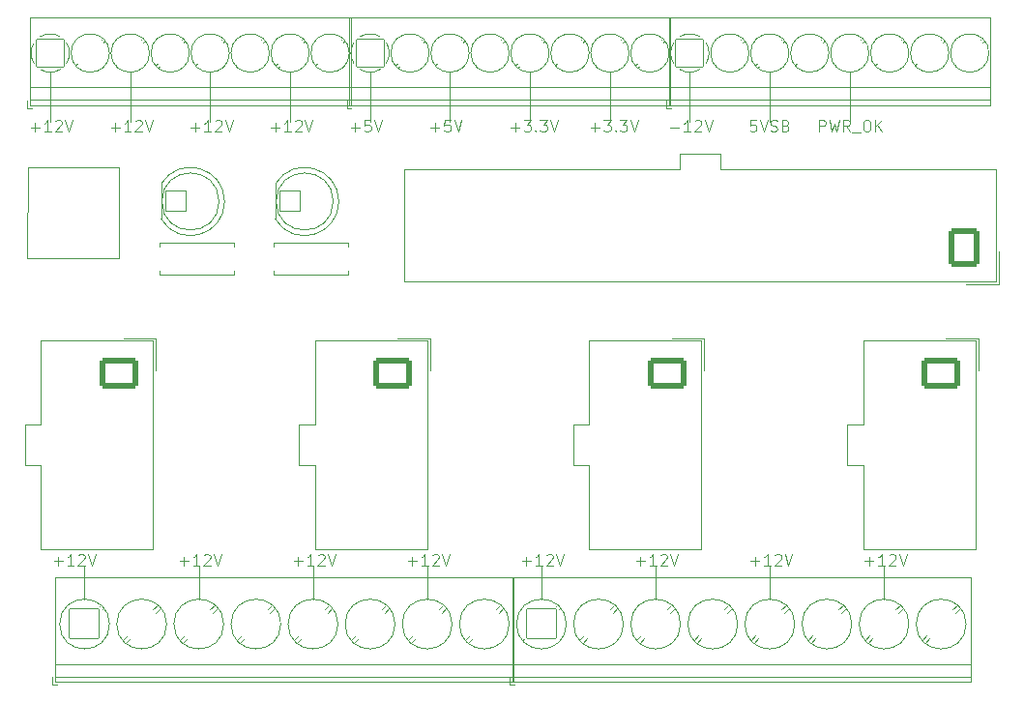
<source format=gto>
%TF.GenerationSoftware,KiCad,Pcbnew,8.0.7*%
%TF.CreationDate,2024-12-25T10:14:00+09:00*%
%TF.ProjectId,atx_breakout,6174785f-6272-4656-916b-6f75742e6b69,rev?*%
%TF.SameCoordinates,Original*%
%TF.FileFunction,Legend,Top*%
%TF.FilePolarity,Positive*%
%FSLAX46Y46*%
G04 Gerber Fmt 4.6, Leading zero omitted, Abs format (unit mm)*
G04 Created by KiCad (PCBNEW 8.0.7) date 2024-12-25 10:14:00*
%MOMM*%
%LPD*%
G01*
G04 APERTURE LIST*
G04 Aperture macros list*
%AMRoundRect*
0 Rectangle with rounded corners*
0 $1 Rounding radius*
0 $2 $3 $4 $5 $6 $7 $8 $9 X,Y pos of 4 corners*
0 Add a 4 corners polygon primitive as box body*
4,1,4,$2,$3,$4,$5,$6,$7,$8,$9,$2,$3,0*
0 Add four circle primitives for the rounded corners*
1,1,$1+$1,$2,$3*
1,1,$1+$1,$4,$5*
1,1,$1+$1,$6,$7*
1,1,$1+$1,$8,$9*
0 Add four rect primitives between the rounded corners*
20,1,$1+$1,$2,$3,$4,$5,0*
20,1,$1+$1,$4,$5,$6,$7,0*
20,1,$1+$1,$6,$7,$8,$9,0*
20,1,$1+$1,$8,$9,$2,$3,0*%
G04 Aperture macros list end*
%ADD10C,0.100000*%
%ADD11C,0.120000*%
%ADD12RoundRect,0.257037X-1.430963X1.130963X-1.430963X-1.130963X1.430963X-1.130963X1.430963X1.130963X0*%
%ADD13O,3.376000X2.776000*%
%ADD14RoundRect,0.038000X-0.900000X-0.900000X0.900000X-0.900000X0.900000X0.900000X-0.900000X0.900000X0*%
%ADD15C,1.876000*%
%ADD16C,1.676000*%
%ADD17O,1.676000X1.676000*%
%ADD18C,2.276000*%
%ADD19RoundRect,0.038000X-1.200000X-1.200000X1.200000X-1.200000X1.200000X1.200000X-1.200000X1.200000X0*%
%ADD20C,2.476000*%
%ADD21RoundRect,0.038000X-1.300000X-1.300000X1.300000X-1.300000X1.300000X1.300000X-1.300000X1.300000X0*%
%ADD22C,2.676000*%
%ADD23RoundRect,0.257037X1.130963X1.430963X-1.130963X1.430963X-1.130963X-1.430963X1.130963X-1.430963X0*%
%ADD24O,2.776000X3.376000*%
G04 APERTURE END LIST*
D10*
X8000000Y-49000000D02*
X8000000Y-51820000D01*
X38000000Y-49000000D02*
X38000000Y-51820000D01*
X5000000Y-10000000D02*
X5000000Y-5680000D01*
X68000000Y-10000000D02*
X68000000Y-5680000D01*
X33000000Y-10000000D02*
X33000000Y-5680000D01*
X26000000Y-10000000D02*
X26000000Y-5680000D01*
X40000000Y-10000000D02*
X40000000Y-5680000D01*
X75000000Y-10000000D02*
X75000000Y-5680000D01*
X61000000Y-10000000D02*
X61000000Y-5680000D01*
X28000000Y-49000000D02*
X28000000Y-51820000D01*
X54000000Y-10000000D02*
X54000000Y-5680000D01*
X47000000Y-10000000D02*
X47000000Y-5680000D01*
X19000000Y-10000000D02*
X19000000Y-5680000D01*
X12000000Y-10000000D02*
X12000000Y-5680000D01*
X68000000Y-49000000D02*
X68000000Y-51820000D01*
X48000000Y-49000000D02*
X48000000Y-51820000D01*
X58000000Y-49000000D02*
X58000000Y-51820000D01*
X78000000Y-49000000D02*
X78000000Y-51820000D01*
X18000000Y-49000000D02*
X18000000Y-51820000D01*
X45303884Y-10491466D02*
X46065789Y-10491466D01*
X45684836Y-10872419D02*
X45684836Y-10110514D01*
X46446741Y-9872419D02*
X47065788Y-9872419D01*
X47065788Y-9872419D02*
X46732455Y-10253371D01*
X46732455Y-10253371D02*
X46875312Y-10253371D01*
X46875312Y-10253371D02*
X46970550Y-10300990D01*
X46970550Y-10300990D02*
X47018169Y-10348609D01*
X47018169Y-10348609D02*
X47065788Y-10443847D01*
X47065788Y-10443847D02*
X47065788Y-10681942D01*
X47065788Y-10681942D02*
X47018169Y-10777180D01*
X47018169Y-10777180D02*
X46970550Y-10824800D01*
X46970550Y-10824800D02*
X46875312Y-10872419D01*
X46875312Y-10872419D02*
X46589598Y-10872419D01*
X46589598Y-10872419D02*
X46494360Y-10824800D01*
X46494360Y-10824800D02*
X46446741Y-10777180D01*
X47494360Y-10777180D02*
X47541979Y-10824800D01*
X47541979Y-10824800D02*
X47494360Y-10872419D01*
X47494360Y-10872419D02*
X47446741Y-10824800D01*
X47446741Y-10824800D02*
X47494360Y-10777180D01*
X47494360Y-10777180D02*
X47494360Y-10872419D01*
X47875312Y-9872419D02*
X48494359Y-9872419D01*
X48494359Y-9872419D02*
X48161026Y-10253371D01*
X48161026Y-10253371D02*
X48303883Y-10253371D01*
X48303883Y-10253371D02*
X48399121Y-10300990D01*
X48399121Y-10300990D02*
X48446740Y-10348609D01*
X48446740Y-10348609D02*
X48494359Y-10443847D01*
X48494359Y-10443847D02*
X48494359Y-10681942D01*
X48494359Y-10681942D02*
X48446740Y-10777180D01*
X48446740Y-10777180D02*
X48399121Y-10824800D01*
X48399121Y-10824800D02*
X48303883Y-10872419D01*
X48303883Y-10872419D02*
X48018169Y-10872419D01*
X48018169Y-10872419D02*
X47922931Y-10824800D01*
X47922931Y-10824800D02*
X47875312Y-10777180D01*
X48780074Y-9872419D02*
X49113407Y-10872419D01*
X49113407Y-10872419D02*
X49446740Y-9872419D01*
X24303884Y-10491466D02*
X25065789Y-10491466D01*
X24684836Y-10872419D02*
X24684836Y-10110514D01*
X26065788Y-10872419D02*
X25494360Y-10872419D01*
X25780074Y-10872419D02*
X25780074Y-9872419D01*
X25780074Y-9872419D02*
X25684836Y-10015276D01*
X25684836Y-10015276D02*
X25589598Y-10110514D01*
X25589598Y-10110514D02*
X25494360Y-10158133D01*
X26446741Y-9967657D02*
X26494360Y-9920038D01*
X26494360Y-9920038D02*
X26589598Y-9872419D01*
X26589598Y-9872419D02*
X26827693Y-9872419D01*
X26827693Y-9872419D02*
X26922931Y-9920038D01*
X26922931Y-9920038D02*
X26970550Y-9967657D01*
X26970550Y-9967657D02*
X27018169Y-10062895D01*
X27018169Y-10062895D02*
X27018169Y-10158133D01*
X27018169Y-10158133D02*
X26970550Y-10300990D01*
X26970550Y-10300990D02*
X26399122Y-10872419D01*
X26399122Y-10872419D02*
X27018169Y-10872419D01*
X27303884Y-9872419D02*
X27637217Y-10872419D01*
X27637217Y-10872419D02*
X27970550Y-9872419D01*
X36303884Y-48491466D02*
X37065789Y-48491466D01*
X36684836Y-48872419D02*
X36684836Y-48110514D01*
X38065788Y-48872419D02*
X37494360Y-48872419D01*
X37780074Y-48872419D02*
X37780074Y-47872419D01*
X37780074Y-47872419D02*
X37684836Y-48015276D01*
X37684836Y-48015276D02*
X37589598Y-48110514D01*
X37589598Y-48110514D02*
X37494360Y-48158133D01*
X38446741Y-47967657D02*
X38494360Y-47920038D01*
X38494360Y-47920038D02*
X38589598Y-47872419D01*
X38589598Y-47872419D02*
X38827693Y-47872419D01*
X38827693Y-47872419D02*
X38922931Y-47920038D01*
X38922931Y-47920038D02*
X38970550Y-47967657D01*
X38970550Y-47967657D02*
X39018169Y-48062895D01*
X39018169Y-48062895D02*
X39018169Y-48158133D01*
X39018169Y-48158133D02*
X38970550Y-48300990D01*
X38970550Y-48300990D02*
X38399122Y-48872419D01*
X38399122Y-48872419D02*
X39018169Y-48872419D01*
X39303884Y-47872419D02*
X39637217Y-48872419D01*
X39637217Y-48872419D02*
X39970550Y-47872419D01*
X17303884Y-10491466D02*
X18065789Y-10491466D01*
X17684836Y-10872419D02*
X17684836Y-10110514D01*
X19065788Y-10872419D02*
X18494360Y-10872419D01*
X18780074Y-10872419D02*
X18780074Y-9872419D01*
X18780074Y-9872419D02*
X18684836Y-10015276D01*
X18684836Y-10015276D02*
X18589598Y-10110514D01*
X18589598Y-10110514D02*
X18494360Y-10158133D01*
X19446741Y-9967657D02*
X19494360Y-9920038D01*
X19494360Y-9920038D02*
X19589598Y-9872419D01*
X19589598Y-9872419D02*
X19827693Y-9872419D01*
X19827693Y-9872419D02*
X19922931Y-9920038D01*
X19922931Y-9920038D02*
X19970550Y-9967657D01*
X19970550Y-9967657D02*
X20018169Y-10062895D01*
X20018169Y-10062895D02*
X20018169Y-10158133D01*
X20018169Y-10158133D02*
X19970550Y-10300990D01*
X19970550Y-10300990D02*
X19399122Y-10872419D01*
X19399122Y-10872419D02*
X20018169Y-10872419D01*
X20303884Y-9872419D02*
X20637217Y-10872419D01*
X20637217Y-10872419D02*
X20970550Y-9872419D01*
X31303884Y-10491466D02*
X32065789Y-10491466D01*
X31684836Y-10872419D02*
X31684836Y-10110514D01*
X33018169Y-9872419D02*
X32541979Y-9872419D01*
X32541979Y-9872419D02*
X32494360Y-10348609D01*
X32494360Y-10348609D02*
X32541979Y-10300990D01*
X32541979Y-10300990D02*
X32637217Y-10253371D01*
X32637217Y-10253371D02*
X32875312Y-10253371D01*
X32875312Y-10253371D02*
X32970550Y-10300990D01*
X32970550Y-10300990D02*
X33018169Y-10348609D01*
X33018169Y-10348609D02*
X33065788Y-10443847D01*
X33065788Y-10443847D02*
X33065788Y-10681942D01*
X33065788Y-10681942D02*
X33018169Y-10777180D01*
X33018169Y-10777180D02*
X32970550Y-10824800D01*
X32970550Y-10824800D02*
X32875312Y-10872419D01*
X32875312Y-10872419D02*
X32637217Y-10872419D01*
X32637217Y-10872419D02*
X32541979Y-10824800D01*
X32541979Y-10824800D02*
X32494360Y-10777180D01*
X33351503Y-9872419D02*
X33684836Y-10872419D01*
X33684836Y-10872419D02*
X34018169Y-9872419D01*
X16303884Y-48491466D02*
X17065789Y-48491466D01*
X16684836Y-48872419D02*
X16684836Y-48110514D01*
X18065788Y-48872419D02*
X17494360Y-48872419D01*
X17780074Y-48872419D02*
X17780074Y-47872419D01*
X17780074Y-47872419D02*
X17684836Y-48015276D01*
X17684836Y-48015276D02*
X17589598Y-48110514D01*
X17589598Y-48110514D02*
X17494360Y-48158133D01*
X18446741Y-47967657D02*
X18494360Y-47920038D01*
X18494360Y-47920038D02*
X18589598Y-47872419D01*
X18589598Y-47872419D02*
X18827693Y-47872419D01*
X18827693Y-47872419D02*
X18922931Y-47920038D01*
X18922931Y-47920038D02*
X18970550Y-47967657D01*
X18970550Y-47967657D02*
X19018169Y-48062895D01*
X19018169Y-48062895D02*
X19018169Y-48158133D01*
X19018169Y-48158133D02*
X18970550Y-48300990D01*
X18970550Y-48300990D02*
X18399122Y-48872419D01*
X18399122Y-48872419D02*
X19018169Y-48872419D01*
X19303884Y-47872419D02*
X19637217Y-48872419D01*
X19637217Y-48872419D02*
X19970550Y-47872419D01*
X52303884Y-10491466D02*
X53065789Y-10491466D01*
X52684836Y-10872419D02*
X52684836Y-10110514D01*
X53446741Y-9872419D02*
X54065788Y-9872419D01*
X54065788Y-9872419D02*
X53732455Y-10253371D01*
X53732455Y-10253371D02*
X53875312Y-10253371D01*
X53875312Y-10253371D02*
X53970550Y-10300990D01*
X53970550Y-10300990D02*
X54018169Y-10348609D01*
X54018169Y-10348609D02*
X54065788Y-10443847D01*
X54065788Y-10443847D02*
X54065788Y-10681942D01*
X54065788Y-10681942D02*
X54018169Y-10777180D01*
X54018169Y-10777180D02*
X53970550Y-10824800D01*
X53970550Y-10824800D02*
X53875312Y-10872419D01*
X53875312Y-10872419D02*
X53589598Y-10872419D01*
X53589598Y-10872419D02*
X53494360Y-10824800D01*
X53494360Y-10824800D02*
X53446741Y-10777180D01*
X54494360Y-10777180D02*
X54541979Y-10824800D01*
X54541979Y-10824800D02*
X54494360Y-10872419D01*
X54494360Y-10872419D02*
X54446741Y-10824800D01*
X54446741Y-10824800D02*
X54494360Y-10777180D01*
X54494360Y-10777180D02*
X54494360Y-10872419D01*
X54875312Y-9872419D02*
X55494359Y-9872419D01*
X55494359Y-9872419D02*
X55161026Y-10253371D01*
X55161026Y-10253371D02*
X55303883Y-10253371D01*
X55303883Y-10253371D02*
X55399121Y-10300990D01*
X55399121Y-10300990D02*
X55446740Y-10348609D01*
X55446740Y-10348609D02*
X55494359Y-10443847D01*
X55494359Y-10443847D02*
X55494359Y-10681942D01*
X55494359Y-10681942D02*
X55446740Y-10777180D01*
X55446740Y-10777180D02*
X55399121Y-10824800D01*
X55399121Y-10824800D02*
X55303883Y-10872419D01*
X55303883Y-10872419D02*
X55018169Y-10872419D01*
X55018169Y-10872419D02*
X54922931Y-10824800D01*
X54922931Y-10824800D02*
X54875312Y-10777180D01*
X55780074Y-9872419D02*
X56113407Y-10872419D01*
X56113407Y-10872419D02*
X56446740Y-9872419D01*
X46303884Y-48491466D02*
X47065789Y-48491466D01*
X46684836Y-48872419D02*
X46684836Y-48110514D01*
X48065788Y-48872419D02*
X47494360Y-48872419D01*
X47780074Y-48872419D02*
X47780074Y-47872419D01*
X47780074Y-47872419D02*
X47684836Y-48015276D01*
X47684836Y-48015276D02*
X47589598Y-48110514D01*
X47589598Y-48110514D02*
X47494360Y-48158133D01*
X48446741Y-47967657D02*
X48494360Y-47920038D01*
X48494360Y-47920038D02*
X48589598Y-47872419D01*
X48589598Y-47872419D02*
X48827693Y-47872419D01*
X48827693Y-47872419D02*
X48922931Y-47920038D01*
X48922931Y-47920038D02*
X48970550Y-47967657D01*
X48970550Y-47967657D02*
X49018169Y-48062895D01*
X49018169Y-48062895D02*
X49018169Y-48158133D01*
X49018169Y-48158133D02*
X48970550Y-48300990D01*
X48970550Y-48300990D02*
X48399122Y-48872419D01*
X48399122Y-48872419D02*
X49018169Y-48872419D01*
X49303884Y-47872419D02*
X49637217Y-48872419D01*
X49637217Y-48872419D02*
X49970550Y-47872419D01*
X59303884Y-10491466D02*
X60065789Y-10491466D01*
X61065788Y-10872419D02*
X60494360Y-10872419D01*
X60780074Y-10872419D02*
X60780074Y-9872419D01*
X60780074Y-9872419D02*
X60684836Y-10015276D01*
X60684836Y-10015276D02*
X60589598Y-10110514D01*
X60589598Y-10110514D02*
X60494360Y-10158133D01*
X61446741Y-9967657D02*
X61494360Y-9920038D01*
X61494360Y-9920038D02*
X61589598Y-9872419D01*
X61589598Y-9872419D02*
X61827693Y-9872419D01*
X61827693Y-9872419D02*
X61922931Y-9920038D01*
X61922931Y-9920038D02*
X61970550Y-9967657D01*
X61970550Y-9967657D02*
X62018169Y-10062895D01*
X62018169Y-10062895D02*
X62018169Y-10158133D01*
X62018169Y-10158133D02*
X61970550Y-10300990D01*
X61970550Y-10300990D02*
X61399122Y-10872419D01*
X61399122Y-10872419D02*
X62018169Y-10872419D01*
X62303884Y-9872419D02*
X62637217Y-10872419D01*
X62637217Y-10872419D02*
X62970550Y-9872419D01*
X56303884Y-48491466D02*
X57065789Y-48491466D01*
X56684836Y-48872419D02*
X56684836Y-48110514D01*
X58065788Y-48872419D02*
X57494360Y-48872419D01*
X57780074Y-48872419D02*
X57780074Y-47872419D01*
X57780074Y-47872419D02*
X57684836Y-48015276D01*
X57684836Y-48015276D02*
X57589598Y-48110514D01*
X57589598Y-48110514D02*
X57494360Y-48158133D01*
X58446741Y-47967657D02*
X58494360Y-47920038D01*
X58494360Y-47920038D02*
X58589598Y-47872419D01*
X58589598Y-47872419D02*
X58827693Y-47872419D01*
X58827693Y-47872419D02*
X58922931Y-47920038D01*
X58922931Y-47920038D02*
X58970550Y-47967657D01*
X58970550Y-47967657D02*
X59018169Y-48062895D01*
X59018169Y-48062895D02*
X59018169Y-48158133D01*
X59018169Y-48158133D02*
X58970550Y-48300990D01*
X58970550Y-48300990D02*
X58399122Y-48872419D01*
X58399122Y-48872419D02*
X59018169Y-48872419D01*
X59303884Y-47872419D02*
X59637217Y-48872419D01*
X59637217Y-48872419D02*
X59970550Y-47872419D01*
X66303884Y-48491466D02*
X67065789Y-48491466D01*
X66684836Y-48872419D02*
X66684836Y-48110514D01*
X68065788Y-48872419D02*
X67494360Y-48872419D01*
X67780074Y-48872419D02*
X67780074Y-47872419D01*
X67780074Y-47872419D02*
X67684836Y-48015276D01*
X67684836Y-48015276D02*
X67589598Y-48110514D01*
X67589598Y-48110514D02*
X67494360Y-48158133D01*
X68446741Y-47967657D02*
X68494360Y-47920038D01*
X68494360Y-47920038D02*
X68589598Y-47872419D01*
X68589598Y-47872419D02*
X68827693Y-47872419D01*
X68827693Y-47872419D02*
X68922931Y-47920038D01*
X68922931Y-47920038D02*
X68970550Y-47967657D01*
X68970550Y-47967657D02*
X69018169Y-48062895D01*
X69018169Y-48062895D02*
X69018169Y-48158133D01*
X69018169Y-48158133D02*
X68970550Y-48300990D01*
X68970550Y-48300990D02*
X68399122Y-48872419D01*
X68399122Y-48872419D02*
X69018169Y-48872419D01*
X69303884Y-47872419D02*
X69637217Y-48872419D01*
X69637217Y-48872419D02*
X69970550Y-47872419D01*
X10303884Y-10491466D02*
X11065789Y-10491466D01*
X10684836Y-10872419D02*
X10684836Y-10110514D01*
X12065788Y-10872419D02*
X11494360Y-10872419D01*
X11780074Y-10872419D02*
X11780074Y-9872419D01*
X11780074Y-9872419D02*
X11684836Y-10015276D01*
X11684836Y-10015276D02*
X11589598Y-10110514D01*
X11589598Y-10110514D02*
X11494360Y-10158133D01*
X12446741Y-9967657D02*
X12494360Y-9920038D01*
X12494360Y-9920038D02*
X12589598Y-9872419D01*
X12589598Y-9872419D02*
X12827693Y-9872419D01*
X12827693Y-9872419D02*
X12922931Y-9920038D01*
X12922931Y-9920038D02*
X12970550Y-9967657D01*
X12970550Y-9967657D02*
X13018169Y-10062895D01*
X13018169Y-10062895D02*
X13018169Y-10158133D01*
X13018169Y-10158133D02*
X12970550Y-10300990D01*
X12970550Y-10300990D02*
X12399122Y-10872419D01*
X12399122Y-10872419D02*
X13018169Y-10872419D01*
X13303884Y-9872419D02*
X13637217Y-10872419D01*
X13637217Y-10872419D02*
X13970550Y-9872419D01*
X72303884Y-10872419D02*
X72303884Y-9872419D01*
X72303884Y-9872419D02*
X72684836Y-9872419D01*
X72684836Y-9872419D02*
X72780074Y-9920038D01*
X72780074Y-9920038D02*
X72827693Y-9967657D01*
X72827693Y-9967657D02*
X72875312Y-10062895D01*
X72875312Y-10062895D02*
X72875312Y-10205752D01*
X72875312Y-10205752D02*
X72827693Y-10300990D01*
X72827693Y-10300990D02*
X72780074Y-10348609D01*
X72780074Y-10348609D02*
X72684836Y-10396228D01*
X72684836Y-10396228D02*
X72303884Y-10396228D01*
X73208646Y-9872419D02*
X73446741Y-10872419D01*
X73446741Y-10872419D02*
X73637217Y-10158133D01*
X73637217Y-10158133D02*
X73827693Y-10872419D01*
X73827693Y-10872419D02*
X74065789Y-9872419D01*
X75018169Y-10872419D02*
X74684836Y-10396228D01*
X74446741Y-10872419D02*
X74446741Y-9872419D01*
X74446741Y-9872419D02*
X74827693Y-9872419D01*
X74827693Y-9872419D02*
X74922931Y-9920038D01*
X74922931Y-9920038D02*
X74970550Y-9967657D01*
X74970550Y-9967657D02*
X75018169Y-10062895D01*
X75018169Y-10062895D02*
X75018169Y-10205752D01*
X75018169Y-10205752D02*
X74970550Y-10300990D01*
X74970550Y-10300990D02*
X74922931Y-10348609D01*
X74922931Y-10348609D02*
X74827693Y-10396228D01*
X74827693Y-10396228D02*
X74446741Y-10396228D01*
X75208646Y-10967657D02*
X75970550Y-10967657D01*
X76399122Y-9872419D02*
X76589598Y-9872419D01*
X76589598Y-9872419D02*
X76684836Y-9920038D01*
X76684836Y-9920038D02*
X76780074Y-10015276D01*
X76780074Y-10015276D02*
X76827693Y-10205752D01*
X76827693Y-10205752D02*
X76827693Y-10539085D01*
X76827693Y-10539085D02*
X76780074Y-10729561D01*
X76780074Y-10729561D02*
X76684836Y-10824800D01*
X76684836Y-10824800D02*
X76589598Y-10872419D01*
X76589598Y-10872419D02*
X76399122Y-10872419D01*
X76399122Y-10872419D02*
X76303884Y-10824800D01*
X76303884Y-10824800D02*
X76208646Y-10729561D01*
X76208646Y-10729561D02*
X76161027Y-10539085D01*
X76161027Y-10539085D02*
X76161027Y-10205752D01*
X76161027Y-10205752D02*
X76208646Y-10015276D01*
X76208646Y-10015276D02*
X76303884Y-9920038D01*
X76303884Y-9920038D02*
X76399122Y-9872419D01*
X77256265Y-10872419D02*
X77256265Y-9872419D01*
X77827693Y-10872419D02*
X77399122Y-10300990D01*
X77827693Y-9872419D02*
X77256265Y-10443847D01*
X3303884Y-10491466D02*
X4065789Y-10491466D01*
X3684836Y-10872419D02*
X3684836Y-10110514D01*
X5065788Y-10872419D02*
X4494360Y-10872419D01*
X4780074Y-10872419D02*
X4780074Y-9872419D01*
X4780074Y-9872419D02*
X4684836Y-10015276D01*
X4684836Y-10015276D02*
X4589598Y-10110514D01*
X4589598Y-10110514D02*
X4494360Y-10158133D01*
X5446741Y-9967657D02*
X5494360Y-9920038D01*
X5494360Y-9920038D02*
X5589598Y-9872419D01*
X5589598Y-9872419D02*
X5827693Y-9872419D01*
X5827693Y-9872419D02*
X5922931Y-9920038D01*
X5922931Y-9920038D02*
X5970550Y-9967657D01*
X5970550Y-9967657D02*
X6018169Y-10062895D01*
X6018169Y-10062895D02*
X6018169Y-10158133D01*
X6018169Y-10158133D02*
X5970550Y-10300990D01*
X5970550Y-10300990D02*
X5399122Y-10872419D01*
X5399122Y-10872419D02*
X6018169Y-10872419D01*
X6303884Y-9872419D02*
X6637217Y-10872419D01*
X6637217Y-10872419D02*
X6970550Y-9872419D01*
X26303884Y-48491466D02*
X27065789Y-48491466D01*
X26684836Y-48872419D02*
X26684836Y-48110514D01*
X28065788Y-48872419D02*
X27494360Y-48872419D01*
X27780074Y-48872419D02*
X27780074Y-47872419D01*
X27780074Y-47872419D02*
X27684836Y-48015276D01*
X27684836Y-48015276D02*
X27589598Y-48110514D01*
X27589598Y-48110514D02*
X27494360Y-48158133D01*
X28446741Y-47967657D02*
X28494360Y-47920038D01*
X28494360Y-47920038D02*
X28589598Y-47872419D01*
X28589598Y-47872419D02*
X28827693Y-47872419D01*
X28827693Y-47872419D02*
X28922931Y-47920038D01*
X28922931Y-47920038D02*
X28970550Y-47967657D01*
X28970550Y-47967657D02*
X29018169Y-48062895D01*
X29018169Y-48062895D02*
X29018169Y-48158133D01*
X29018169Y-48158133D02*
X28970550Y-48300990D01*
X28970550Y-48300990D02*
X28399122Y-48872419D01*
X28399122Y-48872419D02*
X29018169Y-48872419D01*
X29303884Y-47872419D02*
X29637217Y-48872419D01*
X29637217Y-48872419D02*
X29970550Y-47872419D01*
X76303884Y-48491466D02*
X77065789Y-48491466D01*
X76684836Y-48872419D02*
X76684836Y-48110514D01*
X78065788Y-48872419D02*
X77494360Y-48872419D01*
X77780074Y-48872419D02*
X77780074Y-47872419D01*
X77780074Y-47872419D02*
X77684836Y-48015276D01*
X77684836Y-48015276D02*
X77589598Y-48110514D01*
X77589598Y-48110514D02*
X77494360Y-48158133D01*
X78446741Y-47967657D02*
X78494360Y-47920038D01*
X78494360Y-47920038D02*
X78589598Y-47872419D01*
X78589598Y-47872419D02*
X78827693Y-47872419D01*
X78827693Y-47872419D02*
X78922931Y-47920038D01*
X78922931Y-47920038D02*
X78970550Y-47967657D01*
X78970550Y-47967657D02*
X79018169Y-48062895D01*
X79018169Y-48062895D02*
X79018169Y-48158133D01*
X79018169Y-48158133D02*
X78970550Y-48300990D01*
X78970550Y-48300990D02*
X78399122Y-48872419D01*
X78399122Y-48872419D02*
X79018169Y-48872419D01*
X79303884Y-47872419D02*
X79637217Y-48872419D01*
X79637217Y-48872419D02*
X79970550Y-47872419D01*
X5303884Y-48491466D02*
X6065789Y-48491466D01*
X5684836Y-48872419D02*
X5684836Y-48110514D01*
X7065788Y-48872419D02*
X6494360Y-48872419D01*
X6780074Y-48872419D02*
X6780074Y-47872419D01*
X6780074Y-47872419D02*
X6684836Y-48015276D01*
X6684836Y-48015276D02*
X6589598Y-48110514D01*
X6589598Y-48110514D02*
X6494360Y-48158133D01*
X7446741Y-47967657D02*
X7494360Y-47920038D01*
X7494360Y-47920038D02*
X7589598Y-47872419D01*
X7589598Y-47872419D02*
X7827693Y-47872419D01*
X7827693Y-47872419D02*
X7922931Y-47920038D01*
X7922931Y-47920038D02*
X7970550Y-47967657D01*
X7970550Y-47967657D02*
X8018169Y-48062895D01*
X8018169Y-48062895D02*
X8018169Y-48158133D01*
X8018169Y-48158133D02*
X7970550Y-48300990D01*
X7970550Y-48300990D02*
X7399122Y-48872419D01*
X7399122Y-48872419D02*
X8018169Y-48872419D01*
X8303884Y-47872419D02*
X8637217Y-48872419D01*
X8637217Y-48872419D02*
X8970550Y-47872419D01*
X38303884Y-10491466D02*
X39065789Y-10491466D01*
X38684836Y-10872419D02*
X38684836Y-10110514D01*
X40018169Y-9872419D02*
X39541979Y-9872419D01*
X39541979Y-9872419D02*
X39494360Y-10348609D01*
X39494360Y-10348609D02*
X39541979Y-10300990D01*
X39541979Y-10300990D02*
X39637217Y-10253371D01*
X39637217Y-10253371D02*
X39875312Y-10253371D01*
X39875312Y-10253371D02*
X39970550Y-10300990D01*
X39970550Y-10300990D02*
X40018169Y-10348609D01*
X40018169Y-10348609D02*
X40065788Y-10443847D01*
X40065788Y-10443847D02*
X40065788Y-10681942D01*
X40065788Y-10681942D02*
X40018169Y-10777180D01*
X40018169Y-10777180D02*
X39970550Y-10824800D01*
X39970550Y-10824800D02*
X39875312Y-10872419D01*
X39875312Y-10872419D02*
X39637217Y-10872419D01*
X39637217Y-10872419D02*
X39541979Y-10824800D01*
X39541979Y-10824800D02*
X39494360Y-10777180D01*
X40351503Y-9872419D02*
X40684836Y-10872419D01*
X40684836Y-10872419D02*
X41018169Y-9872419D01*
X66780074Y-9872419D02*
X66303884Y-9872419D01*
X66303884Y-9872419D02*
X66256265Y-10348609D01*
X66256265Y-10348609D02*
X66303884Y-10300990D01*
X66303884Y-10300990D02*
X66399122Y-10253371D01*
X66399122Y-10253371D02*
X66637217Y-10253371D01*
X66637217Y-10253371D02*
X66732455Y-10300990D01*
X66732455Y-10300990D02*
X66780074Y-10348609D01*
X66780074Y-10348609D02*
X66827693Y-10443847D01*
X66827693Y-10443847D02*
X66827693Y-10681942D01*
X66827693Y-10681942D02*
X66780074Y-10777180D01*
X66780074Y-10777180D02*
X66732455Y-10824800D01*
X66732455Y-10824800D02*
X66637217Y-10872419D01*
X66637217Y-10872419D02*
X66399122Y-10872419D01*
X66399122Y-10872419D02*
X66303884Y-10824800D01*
X66303884Y-10824800D02*
X66256265Y-10777180D01*
X67113408Y-9872419D02*
X67446741Y-10872419D01*
X67446741Y-10872419D02*
X67780074Y-9872419D01*
X68065789Y-10824800D02*
X68208646Y-10872419D01*
X68208646Y-10872419D02*
X68446741Y-10872419D01*
X68446741Y-10872419D02*
X68541979Y-10824800D01*
X68541979Y-10824800D02*
X68589598Y-10777180D01*
X68589598Y-10777180D02*
X68637217Y-10681942D01*
X68637217Y-10681942D02*
X68637217Y-10586704D01*
X68637217Y-10586704D02*
X68589598Y-10491466D01*
X68589598Y-10491466D02*
X68541979Y-10443847D01*
X68541979Y-10443847D02*
X68446741Y-10396228D01*
X68446741Y-10396228D02*
X68256265Y-10348609D01*
X68256265Y-10348609D02*
X68161027Y-10300990D01*
X68161027Y-10300990D02*
X68113408Y-10253371D01*
X68113408Y-10253371D02*
X68065789Y-10158133D01*
X68065789Y-10158133D02*
X68065789Y-10062895D01*
X68065789Y-10062895D02*
X68113408Y-9967657D01*
X68113408Y-9967657D02*
X68161027Y-9920038D01*
X68161027Y-9920038D02*
X68256265Y-9872419D01*
X68256265Y-9872419D02*
X68494360Y-9872419D01*
X68494360Y-9872419D02*
X68637217Y-9920038D01*
X69399122Y-10348609D02*
X69541979Y-10396228D01*
X69541979Y-10396228D02*
X69589598Y-10443847D01*
X69589598Y-10443847D02*
X69637217Y-10539085D01*
X69637217Y-10539085D02*
X69637217Y-10681942D01*
X69637217Y-10681942D02*
X69589598Y-10777180D01*
X69589598Y-10777180D02*
X69541979Y-10824800D01*
X69541979Y-10824800D02*
X69446741Y-10872419D01*
X69446741Y-10872419D02*
X69065789Y-10872419D01*
X69065789Y-10872419D02*
X69065789Y-9872419D01*
X69065789Y-9872419D02*
X69399122Y-9872419D01*
X69399122Y-9872419D02*
X69494360Y-9920038D01*
X69494360Y-9920038D02*
X69541979Y-9967657D01*
X69541979Y-9967657D02*
X69589598Y-10062895D01*
X69589598Y-10062895D02*
X69589598Y-10158133D01*
X69589598Y-10158133D02*
X69541979Y-10253371D01*
X69541979Y-10253371D02*
X69494360Y-10300990D01*
X69494360Y-10300990D02*
X69399122Y-10348609D01*
X69399122Y-10348609D02*
X69065789Y-10348609D01*
D11*
%TO.C,J4*%
X86250000Y-28950000D02*
X83400000Y-28950000D01*
X86010000Y-29190000D02*
X76190000Y-29190000D01*
X76190000Y-29190000D02*
X76190000Y-36490000D01*
X86250000Y-31800000D02*
X86250000Y-28950000D01*
X76190000Y-36490000D02*
X74790000Y-36490000D01*
X74790000Y-36490000D02*
X74790000Y-38300000D01*
X86010000Y-38300000D02*
X86010000Y-29190000D01*
X86010000Y-38300000D02*
X86010000Y-47410000D01*
X76190000Y-40110000D02*
X74790000Y-40110000D01*
X74790000Y-40110000D02*
X74790000Y-38300000D01*
X86010000Y-47410000D02*
X76190000Y-47410000D01*
X76190000Y-47410000D02*
X76190000Y-40110000D01*
%TO.C,D1*%
X24710000Y-15455000D02*
X24710000Y-18545000D01*
X24710000Y-15455170D02*
G75*
G02*
X30260000Y-16999952I2560000J-1544830D01*
G01*
X30260000Y-17000048D02*
G75*
G02*
X24710000Y-18544830I-2990000J48D01*
G01*
X29770000Y-17000000D02*
G75*
G02*
X24770000Y-17000000I-2500000J0D01*
G01*
X24770000Y-17000000D02*
G75*
G02*
X29770000Y-17000000I2500000J0D01*
G01*
%TO.C,J2*%
X38250000Y-28950000D02*
X35400000Y-28950000D01*
X38010000Y-29190000D02*
X28190000Y-29190000D01*
X28190000Y-29190000D02*
X28190000Y-36490000D01*
X38250000Y-31800000D02*
X38250000Y-28950000D01*
X28190000Y-36490000D02*
X26790000Y-36490000D01*
X26790000Y-36490000D02*
X26790000Y-38300000D01*
X38010000Y-38300000D02*
X38010000Y-29190000D01*
X38010000Y-38300000D02*
X38010000Y-47410000D01*
X28190000Y-40110000D02*
X26790000Y-40110000D01*
X26790000Y-40110000D02*
X26790000Y-38300000D01*
X38010000Y-47410000D02*
X28190000Y-47410000D01*
X28190000Y-47410000D02*
X28190000Y-40110000D01*
%TO.C,J1*%
X14250000Y-28950000D02*
X11400000Y-28950000D01*
X14010000Y-29190000D02*
X4190000Y-29190000D01*
X4190000Y-29190000D02*
X4190000Y-36490000D01*
X14250000Y-31800000D02*
X14250000Y-28950000D01*
X4190000Y-36490000D02*
X2790000Y-36490000D01*
X2790000Y-36490000D02*
X2790000Y-38300000D01*
X14010000Y-38300000D02*
X14010000Y-29190000D01*
X14010000Y-38300000D02*
X14010000Y-47410000D01*
X4190000Y-40110000D02*
X2790000Y-40110000D01*
X2790000Y-40110000D02*
X2790000Y-38300000D01*
X14010000Y-47410000D02*
X4190000Y-47410000D01*
X4190000Y-47410000D02*
X4190000Y-40110000D01*
%TO.C,R1*%
X24540000Y-20630000D02*
X31080000Y-20630000D01*
X24540000Y-20960000D02*
X24540000Y-20630000D01*
X24540000Y-23040000D02*
X24540000Y-23370000D01*
X24540000Y-23370000D02*
X31080000Y-23370000D01*
X31080000Y-20630000D02*
X31080000Y-20960000D01*
X31080000Y-23370000D02*
X31080000Y-23040000D01*
%TO.C,J3*%
X62250000Y-28950000D02*
X59400000Y-28950000D01*
X62010000Y-29190000D02*
X52190000Y-29190000D01*
X52190000Y-29190000D02*
X52190000Y-36490000D01*
X62250000Y-31800000D02*
X62250000Y-28950000D01*
X52190000Y-36490000D02*
X50790000Y-36490000D01*
X50790000Y-36490000D02*
X50790000Y-38300000D01*
X62010000Y-38300000D02*
X62010000Y-29190000D01*
X62010000Y-38300000D02*
X62010000Y-47410000D01*
X52190000Y-40110000D02*
X50790000Y-40110000D01*
X50790000Y-40110000D02*
X50790000Y-38300000D01*
X62010000Y-47410000D02*
X52190000Y-47410000D01*
X52190000Y-47410000D02*
X52190000Y-40110000D01*
%TO.C,R2*%
X14540000Y-20630000D02*
X21080000Y-20630000D01*
X14540000Y-20960000D02*
X14540000Y-20630000D01*
X14540000Y-23040000D02*
X14540000Y-23370000D01*
X14540000Y-23370000D02*
X21080000Y-23370000D01*
X21080000Y-20630000D02*
X21080000Y-20960000D01*
X21080000Y-23370000D02*
X21080000Y-23040000D01*
%TO.C,J6*%
X2950000Y-8160000D02*
X2950000Y-8800000D01*
X2950000Y-8800000D02*
X3350000Y-8800000D01*
X3190000Y-840000D02*
X3190000Y-8560000D01*
X3190000Y-840000D02*
X31310000Y-840000D01*
X3190000Y-7000000D02*
X31310000Y-7000000D01*
X3190000Y-8100000D02*
X31310000Y-8100000D01*
X3190000Y-8560000D02*
X31310000Y-8560000D01*
X7355000Y-4941000D02*
X7226000Y-5069000D01*
X7525000Y-5181000D02*
X7431000Y-5274000D01*
X9570000Y-2725000D02*
X9476000Y-2819000D01*
X9775000Y-2931000D02*
X9646000Y-3059000D01*
X10855000Y-4941000D02*
X10726000Y-5069000D01*
X11025000Y-5181000D02*
X10931000Y-5274000D01*
X13070000Y-2725000D02*
X12976000Y-2819000D01*
X13275000Y-2931000D02*
X13146000Y-3059000D01*
X14355000Y-4941000D02*
X14226000Y-5069000D01*
X14525000Y-5181000D02*
X14431000Y-5274000D01*
X16570000Y-2725000D02*
X16476000Y-2819000D01*
X16775000Y-2931000D02*
X16646000Y-3059000D01*
X17855000Y-4941000D02*
X17726000Y-5069000D01*
X18025000Y-5181000D02*
X17931000Y-5274000D01*
X20070000Y-2725000D02*
X19976000Y-2819000D01*
X20275000Y-2931000D02*
X20146000Y-3059000D01*
X21355000Y-4941000D02*
X21226000Y-5069000D01*
X21525000Y-5181000D02*
X21431000Y-5274000D01*
X23570000Y-2725000D02*
X23476000Y-2819000D01*
X23775000Y-2931000D02*
X23646000Y-3059000D01*
X24855000Y-4941000D02*
X24726000Y-5069000D01*
X25025000Y-5181000D02*
X24931000Y-5274000D01*
X27070000Y-2725000D02*
X26976000Y-2819000D01*
X27275000Y-2931000D02*
X27146000Y-3059000D01*
X28355000Y-4941000D02*
X28226000Y-5069000D01*
X28525000Y-5181000D02*
X28431000Y-5274000D01*
X30570000Y-2725000D02*
X30476000Y-2819000D01*
X30775000Y-2931000D02*
X30646000Y-3059000D01*
X31310000Y-840000D02*
X31310000Y-8560000D01*
X3574642Y-4889894D02*
G75*
G02*
X3560000Y-3134000I1425356J889894D01*
G01*
X4110106Y-2574642D02*
G75*
G02*
X5866000Y-2560000I889894J-1425356D01*
G01*
X5028674Y-5680099D02*
G75*
G02*
X4134000Y-5440000I-28671J1680113D01*
G01*
X5890264Y-5424721D02*
G75*
G02*
X5000000Y-5680000I-890261J1424711D01*
G01*
X6425504Y-3109807D02*
G75*
G02*
X6425000Y-4891000I-1425507J-890193D01*
G01*
X10180000Y-4000000D02*
G75*
G02*
X6820000Y-4000000I-1680000J0D01*
G01*
X6820000Y-4000000D02*
G75*
G02*
X10180000Y-4000000I1680000J0D01*
G01*
X13680000Y-4000000D02*
G75*
G02*
X10320000Y-4000000I-1680000J0D01*
G01*
X10320000Y-4000000D02*
G75*
G02*
X13680000Y-4000000I1680000J0D01*
G01*
X17180000Y-4000000D02*
G75*
G02*
X13820000Y-4000000I-1680000J0D01*
G01*
X13820000Y-4000000D02*
G75*
G02*
X17180000Y-4000000I1680000J0D01*
G01*
X20680000Y-4000000D02*
G75*
G02*
X17320000Y-4000000I-1680000J0D01*
G01*
X17320000Y-4000000D02*
G75*
G02*
X20680000Y-4000000I1680000J0D01*
G01*
X24180000Y-4000000D02*
G75*
G02*
X20820000Y-4000000I-1680000J0D01*
G01*
X20820000Y-4000000D02*
G75*
G02*
X24180000Y-4000000I1680000J0D01*
G01*
X27680000Y-4000000D02*
G75*
G02*
X24320000Y-4000000I-1680000J0D01*
G01*
X24320000Y-4000000D02*
G75*
G02*
X27680000Y-4000000I1680000J0D01*
G01*
X31180000Y-4000000D02*
G75*
G02*
X27820000Y-4000000I-1680000J0D01*
G01*
X27820000Y-4000000D02*
G75*
G02*
X31180000Y-4000000I1680000J0D01*
G01*
%TO.C,J8*%
X58950000Y-8160000D02*
X58950000Y-8800000D01*
X58950000Y-8800000D02*
X59350000Y-8800000D01*
X59190000Y-840000D02*
X59190000Y-8560000D01*
X59190000Y-840000D02*
X87310000Y-840000D01*
X59190000Y-7000000D02*
X87310000Y-7000000D01*
X59190000Y-8100000D02*
X87310000Y-8100000D01*
X59190000Y-8560000D02*
X87310000Y-8560000D01*
X63355000Y-4941000D02*
X63226000Y-5069000D01*
X63525000Y-5181000D02*
X63431000Y-5274000D01*
X65570000Y-2725000D02*
X65476000Y-2819000D01*
X65775000Y-2931000D02*
X65646000Y-3059000D01*
X66855000Y-4941000D02*
X66726000Y-5069000D01*
X67025000Y-5181000D02*
X66931000Y-5274000D01*
X69070000Y-2725000D02*
X68976000Y-2819000D01*
X69275000Y-2931000D02*
X69146000Y-3059000D01*
X70355000Y-4941000D02*
X70226000Y-5069000D01*
X70525000Y-5181000D02*
X70431000Y-5274000D01*
X72570000Y-2725000D02*
X72476000Y-2819000D01*
X72775000Y-2931000D02*
X72646000Y-3059000D01*
X73855000Y-4941000D02*
X73726000Y-5069000D01*
X74025000Y-5181000D02*
X73931000Y-5274000D01*
X76070000Y-2725000D02*
X75976000Y-2819000D01*
X76275000Y-2931000D02*
X76146000Y-3059000D01*
X77355000Y-4941000D02*
X77226000Y-5069000D01*
X77525000Y-5181000D02*
X77431000Y-5274000D01*
X79570000Y-2725000D02*
X79476000Y-2819000D01*
X79775000Y-2931000D02*
X79646000Y-3059000D01*
X80855000Y-4941000D02*
X80726000Y-5069000D01*
X81025000Y-5181000D02*
X80931000Y-5274000D01*
X83070000Y-2725000D02*
X82976000Y-2819000D01*
X83275000Y-2931000D02*
X83146000Y-3059000D01*
X84355000Y-4941000D02*
X84226000Y-5069000D01*
X84525000Y-5181000D02*
X84431000Y-5274000D01*
X86570000Y-2725000D02*
X86476000Y-2819000D01*
X86775000Y-2931000D02*
X86646000Y-3059000D01*
X87310000Y-840000D02*
X87310000Y-8560000D01*
X59574642Y-4889894D02*
G75*
G02*
X59560000Y-3134000I1425356J889894D01*
G01*
X60110106Y-2574642D02*
G75*
G02*
X61866000Y-2560000I889894J-1425356D01*
G01*
X61028674Y-5680099D02*
G75*
G02*
X60134000Y-5440000I-28671J1680113D01*
G01*
X61890264Y-5424721D02*
G75*
G02*
X61000000Y-5680000I-890261J1424711D01*
G01*
X62425504Y-3109807D02*
G75*
G02*
X62425000Y-4891000I-1425507J-890193D01*
G01*
X66180000Y-4000000D02*
G75*
G02*
X62820000Y-4000000I-1680000J0D01*
G01*
X62820000Y-4000000D02*
G75*
G02*
X66180000Y-4000000I1680000J0D01*
G01*
X69680000Y-4000000D02*
G75*
G02*
X66320000Y-4000000I-1680000J0D01*
G01*
X66320000Y-4000000D02*
G75*
G02*
X69680000Y-4000000I1680000J0D01*
G01*
X73180000Y-4000000D02*
G75*
G02*
X69820000Y-4000000I-1680000J0D01*
G01*
X69820000Y-4000000D02*
G75*
G02*
X73180000Y-4000000I1680000J0D01*
G01*
X76680000Y-4000000D02*
G75*
G02*
X73320000Y-4000000I-1680000J0D01*
G01*
X73320000Y-4000000D02*
G75*
G02*
X76680000Y-4000000I1680000J0D01*
G01*
X80180000Y-4000000D02*
G75*
G02*
X76820000Y-4000000I-1680000J0D01*
G01*
X76820000Y-4000000D02*
G75*
G02*
X80180000Y-4000000I1680000J0D01*
G01*
X83680000Y-4000000D02*
G75*
G02*
X80320000Y-4000000I-1680000J0D01*
G01*
X80320000Y-4000000D02*
G75*
G02*
X83680000Y-4000000I1680000J0D01*
G01*
X87180000Y-4000000D02*
G75*
G02*
X83820000Y-4000000I-1680000J0D01*
G01*
X83820000Y-4000000D02*
G75*
G02*
X87180000Y-4000000I1680000J0D01*
G01*
%TO.C,J7*%
X30950000Y-8160000D02*
X30950000Y-8800000D01*
X30950000Y-8800000D02*
X31350000Y-8800000D01*
X31190000Y-840000D02*
X31190000Y-8560000D01*
X31190000Y-840000D02*
X59310000Y-840000D01*
X31190000Y-7000000D02*
X59310000Y-7000000D01*
X31190000Y-8100000D02*
X59310000Y-8100000D01*
X31190000Y-8560000D02*
X59310000Y-8560000D01*
X35355000Y-4941000D02*
X35226000Y-5069000D01*
X35525000Y-5181000D02*
X35431000Y-5274000D01*
X37570000Y-2725000D02*
X37476000Y-2819000D01*
X37775000Y-2931000D02*
X37646000Y-3059000D01*
X38855000Y-4941000D02*
X38726000Y-5069000D01*
X39025000Y-5181000D02*
X38931000Y-5274000D01*
X41070000Y-2725000D02*
X40976000Y-2819000D01*
X41275000Y-2931000D02*
X41146000Y-3059000D01*
X42355000Y-4941000D02*
X42226000Y-5069000D01*
X42525000Y-5181000D02*
X42431000Y-5274000D01*
X44570000Y-2725000D02*
X44476000Y-2819000D01*
X44775000Y-2931000D02*
X44646000Y-3059000D01*
X45855000Y-4941000D02*
X45726000Y-5069000D01*
X46025000Y-5181000D02*
X45931000Y-5274000D01*
X48070000Y-2725000D02*
X47976000Y-2819000D01*
X48275000Y-2931000D02*
X48146000Y-3059000D01*
X49355000Y-4941000D02*
X49226000Y-5069000D01*
X49525000Y-5181000D02*
X49431000Y-5274000D01*
X51570000Y-2725000D02*
X51476000Y-2819000D01*
X51775000Y-2931000D02*
X51646000Y-3059000D01*
X52855000Y-4941000D02*
X52726000Y-5069000D01*
X53025000Y-5181000D02*
X52931000Y-5274000D01*
X55070000Y-2725000D02*
X54976000Y-2819000D01*
X55275000Y-2931000D02*
X55146000Y-3059000D01*
X56355000Y-4941000D02*
X56226000Y-5069000D01*
X56525000Y-5181000D02*
X56431000Y-5274000D01*
X58570000Y-2725000D02*
X58476000Y-2819000D01*
X58775000Y-2931000D02*
X58646000Y-3059000D01*
X59310000Y-840000D02*
X59310000Y-8560000D01*
X31574642Y-4889894D02*
G75*
G02*
X31560000Y-3134000I1425356J889894D01*
G01*
X32110106Y-2574642D02*
G75*
G02*
X33866000Y-2560000I889894J-1425356D01*
G01*
X33028674Y-5680099D02*
G75*
G02*
X32134000Y-5440000I-28671J1680113D01*
G01*
X33890264Y-5424721D02*
G75*
G02*
X33000000Y-5680000I-890261J1424711D01*
G01*
X34425504Y-3109807D02*
G75*
G02*
X34425000Y-4891000I-1425507J-890193D01*
G01*
X38180000Y-4000000D02*
G75*
G02*
X34820000Y-4000000I-1680000J0D01*
G01*
X34820000Y-4000000D02*
G75*
G02*
X38180000Y-4000000I1680000J0D01*
G01*
X41680000Y-4000000D02*
G75*
G02*
X38320000Y-4000000I-1680000J0D01*
G01*
X38320000Y-4000000D02*
G75*
G02*
X41680000Y-4000000I1680000J0D01*
G01*
X45180000Y-4000000D02*
G75*
G02*
X41820000Y-4000000I-1680000J0D01*
G01*
X41820000Y-4000000D02*
G75*
G02*
X45180000Y-4000000I1680000J0D01*
G01*
X48680000Y-4000000D02*
G75*
G02*
X45320000Y-4000000I-1680000J0D01*
G01*
X45320000Y-4000000D02*
G75*
G02*
X48680000Y-4000000I1680000J0D01*
G01*
X52180000Y-4000000D02*
G75*
G02*
X48820000Y-4000000I-1680000J0D01*
G01*
X48820000Y-4000000D02*
G75*
G02*
X52180000Y-4000000I1680000J0D01*
G01*
X55680000Y-4000000D02*
G75*
G02*
X52320000Y-4000000I-1680000J0D01*
G01*
X52320000Y-4000000D02*
G75*
G02*
X55680000Y-4000000I1680000J0D01*
G01*
X59180000Y-4000000D02*
G75*
G02*
X55820000Y-4000000I-1680000J0D01*
G01*
X55820000Y-4000000D02*
G75*
G02*
X59180000Y-4000000I1680000J0D01*
G01*
%TO.C,U1*%
X10990000Y-14000000D02*
X3010001Y-14000000D01*
X10979999Y-22000000D02*
X10990000Y-14000000D01*
X3010001Y-14000000D02*
X3000000Y-22000000D01*
X3000000Y-22000000D02*
X10979999Y-22000000D01*
%TO.C,J9*%
X5200000Y-58660000D02*
X5200000Y-59300000D01*
X5200000Y-59300000D02*
X5600000Y-59300000D01*
X5440000Y-49940000D02*
X5440000Y-59060000D01*
X5440000Y-49940000D02*
X45560000Y-49940000D01*
X5440000Y-57500000D02*
X45560000Y-57500000D01*
X5440000Y-58600000D02*
X45560000Y-58600000D01*
X5440000Y-59060000D02*
X45560000Y-59060000D01*
X6452000Y-55281000D02*
X6346000Y-55388000D01*
X6718000Y-55547000D02*
X6612000Y-55654000D01*
X9388000Y-52346000D02*
X9281000Y-52453000D01*
X9654000Y-52612000D02*
X9547000Y-52719000D01*
X11742000Y-54992000D02*
X11347000Y-55388000D01*
X11993000Y-55274000D02*
X11613000Y-55654000D01*
X14388000Y-52346000D02*
X14008000Y-52726000D01*
X14654000Y-52612000D02*
X14259000Y-53008000D01*
X16742000Y-54992000D02*
X16347000Y-55388000D01*
X16993000Y-55274000D02*
X16613000Y-55654000D01*
X19388000Y-52346000D02*
X19008000Y-52726000D01*
X19654000Y-52612000D02*
X19259000Y-53008000D01*
X21742000Y-54992000D02*
X21347000Y-55388000D01*
X21993000Y-55274000D02*
X21613000Y-55654000D01*
X24388000Y-52346000D02*
X24008000Y-52726000D01*
X24654000Y-52612000D02*
X24259000Y-53008000D01*
X26742000Y-54992000D02*
X26347000Y-55388000D01*
X26993000Y-55274000D02*
X26613000Y-55654000D01*
X29388000Y-52346000D02*
X29008000Y-52726000D01*
X29654000Y-52612000D02*
X29259000Y-53008000D01*
X31742000Y-54992000D02*
X31347000Y-55388000D01*
X31993000Y-55274000D02*
X31613000Y-55654000D01*
X34388000Y-52346000D02*
X34008000Y-52726000D01*
X34654000Y-52612000D02*
X34259000Y-53008000D01*
X36742000Y-54992000D02*
X36347000Y-55388000D01*
X36993000Y-55274000D02*
X36613000Y-55654000D01*
X39388000Y-52346000D02*
X39008000Y-52726000D01*
X39654000Y-52612000D02*
X39259000Y-53008000D01*
X41742000Y-54992000D02*
X41347000Y-55388000D01*
X41993000Y-55274000D02*
X41613000Y-55654000D01*
X44388000Y-52346000D02*
X44008000Y-52726000D01*
X44654000Y-52612000D02*
X44259000Y-53008000D01*
X45560000Y-49940000D02*
X45560000Y-59060000D01*
X10180000Y-54000000D02*
G75*
G02*
X5820000Y-54000000I-2180000J0D01*
G01*
X5820000Y-54000000D02*
G75*
G02*
X10180000Y-54000000I2180000J0D01*
G01*
X15180000Y-54000000D02*
G75*
G02*
X10820000Y-54000000I-2180000J0D01*
G01*
X10820000Y-54000000D02*
G75*
G02*
X15180000Y-54000000I2180000J0D01*
G01*
X20180000Y-54000000D02*
G75*
G02*
X15820000Y-54000000I-2180000J0D01*
G01*
X15820000Y-54000000D02*
G75*
G02*
X20180000Y-54000000I2180000J0D01*
G01*
X25180000Y-54000000D02*
G75*
G02*
X20820000Y-54000000I-2180000J0D01*
G01*
X20820000Y-54000000D02*
G75*
G02*
X25180000Y-54000000I2180000J0D01*
G01*
X30180000Y-54000000D02*
G75*
G02*
X25820000Y-54000000I-2180000J0D01*
G01*
X25820000Y-54000000D02*
G75*
G02*
X30180000Y-54000000I2180000J0D01*
G01*
X35180000Y-54000000D02*
G75*
G02*
X30820000Y-54000000I-2180000J0D01*
G01*
X30820000Y-54000000D02*
G75*
G02*
X35180000Y-54000000I2180000J0D01*
G01*
X40180000Y-54000000D02*
G75*
G02*
X35820000Y-54000000I-2180000J0D01*
G01*
X35820000Y-54000000D02*
G75*
G02*
X40180000Y-54000000I2180000J0D01*
G01*
X45180000Y-54000000D02*
G75*
G02*
X40820000Y-54000000I-2180000J0D01*
G01*
X40820000Y-54000000D02*
G75*
G02*
X45180000Y-54000000I2180000J0D01*
G01*
%TO.C,J5*%
X88050000Y-24250000D02*
X88050000Y-21400000D01*
X87810000Y-24010000D02*
X87810000Y-14190000D01*
X87810000Y-14190000D02*
X63710000Y-14190000D01*
X85200000Y-24250000D02*
X88050000Y-24250000D01*
X63710000Y-14190000D02*
X63710000Y-12790000D01*
X63710000Y-12790000D02*
X61900000Y-12790000D01*
X61900000Y-24010000D02*
X87810000Y-24010000D01*
X61900000Y-24010000D02*
X35990000Y-24010000D01*
X60090000Y-14190000D02*
X60090000Y-12790000D01*
X60090000Y-12790000D02*
X61900000Y-12790000D01*
X35990000Y-24010000D02*
X35990000Y-14190000D01*
X35990000Y-14190000D02*
X60090000Y-14190000D01*
%TO.C,J10*%
X45200000Y-58660000D02*
X45200000Y-59300000D01*
X45200000Y-59300000D02*
X45600000Y-59300000D01*
X45440000Y-49940000D02*
X45440000Y-59060000D01*
X45440000Y-49940000D02*
X85560000Y-49940000D01*
X45440000Y-57500000D02*
X85560000Y-57500000D01*
X45440000Y-58600000D02*
X85560000Y-58600000D01*
X45440000Y-59060000D02*
X85560000Y-59060000D01*
X46452000Y-55281000D02*
X46346000Y-55388000D01*
X46718000Y-55547000D02*
X46612000Y-55654000D01*
X49388000Y-52346000D02*
X49281000Y-52453000D01*
X49654000Y-52612000D02*
X49547000Y-52719000D01*
X51742000Y-54992000D02*
X51347000Y-55388000D01*
X51993000Y-55274000D02*
X51613000Y-55654000D01*
X54388000Y-52346000D02*
X54008000Y-52726000D01*
X54654000Y-52612000D02*
X54259000Y-53008000D01*
X56742000Y-54992000D02*
X56347000Y-55388000D01*
X56993000Y-55274000D02*
X56613000Y-55654000D01*
X59388000Y-52346000D02*
X59008000Y-52726000D01*
X59654000Y-52612000D02*
X59259000Y-53008000D01*
X61742000Y-54992000D02*
X61347000Y-55388000D01*
X61993000Y-55274000D02*
X61613000Y-55654000D01*
X64388000Y-52346000D02*
X64008000Y-52726000D01*
X64654000Y-52612000D02*
X64259000Y-53008000D01*
X66742000Y-54992000D02*
X66347000Y-55388000D01*
X66993000Y-55274000D02*
X66613000Y-55654000D01*
X69388000Y-52346000D02*
X69008000Y-52726000D01*
X69654000Y-52612000D02*
X69259000Y-53008000D01*
X71742000Y-54992000D02*
X71347000Y-55388000D01*
X71993000Y-55274000D02*
X71613000Y-55654000D01*
X74388000Y-52346000D02*
X74008000Y-52726000D01*
X74654000Y-52612000D02*
X74259000Y-53008000D01*
X76742000Y-54992000D02*
X76347000Y-55388000D01*
X76993000Y-55274000D02*
X76613000Y-55654000D01*
X79388000Y-52346000D02*
X79008000Y-52726000D01*
X79654000Y-52612000D02*
X79259000Y-53008000D01*
X81742000Y-54992000D02*
X81347000Y-55388000D01*
X81993000Y-55274000D02*
X81613000Y-55654000D01*
X84388000Y-52346000D02*
X84008000Y-52726000D01*
X84654000Y-52612000D02*
X84259000Y-53008000D01*
X85560000Y-49940000D02*
X85560000Y-59060000D01*
X50180000Y-54000000D02*
G75*
G02*
X45820000Y-54000000I-2180000J0D01*
G01*
X45820000Y-54000000D02*
G75*
G02*
X50180000Y-54000000I2180000J0D01*
G01*
X55180000Y-54000000D02*
G75*
G02*
X50820000Y-54000000I-2180000J0D01*
G01*
X50820000Y-54000000D02*
G75*
G02*
X55180000Y-54000000I2180000J0D01*
G01*
X60180000Y-54000000D02*
G75*
G02*
X55820000Y-54000000I-2180000J0D01*
G01*
X55820000Y-54000000D02*
G75*
G02*
X60180000Y-54000000I2180000J0D01*
G01*
X65180000Y-54000000D02*
G75*
G02*
X60820000Y-54000000I-2180000J0D01*
G01*
X60820000Y-54000000D02*
G75*
G02*
X65180000Y-54000000I2180000J0D01*
G01*
X70180000Y-54000000D02*
G75*
G02*
X65820000Y-54000000I-2180000J0D01*
G01*
X65820000Y-54000000D02*
G75*
G02*
X70180000Y-54000000I2180000J0D01*
G01*
X75180000Y-54000000D02*
G75*
G02*
X70820000Y-54000000I-2180000J0D01*
G01*
X70820000Y-54000000D02*
G75*
G02*
X75180000Y-54000000I2180000J0D01*
G01*
X80180000Y-54000000D02*
G75*
G02*
X75820000Y-54000000I-2180000J0D01*
G01*
X75820000Y-54000000D02*
G75*
G02*
X80180000Y-54000000I2180000J0D01*
G01*
X85180000Y-54000000D02*
G75*
G02*
X80820000Y-54000000I-2180000J0D01*
G01*
X80820000Y-54000000D02*
G75*
G02*
X85180000Y-54000000I2180000J0D01*
G01*
%TO.C,D2*%
X14710000Y-15455000D02*
X14710000Y-18545000D01*
X14710000Y-15455170D02*
G75*
G02*
X20260000Y-16999952I2560000J-1544830D01*
G01*
X20260000Y-17000048D02*
G75*
G02*
X14710000Y-18544830I-2990000J48D01*
G01*
X19770000Y-17000000D02*
G75*
G02*
X14770000Y-17000000I-2500000J0D01*
G01*
X14770000Y-17000000D02*
G75*
G02*
X19770000Y-17000000I2500000J0D01*
G01*
%TD*%
%LPC*%
D12*
%TO.C,J4*%
X83000000Y-32000000D03*
D13*
X83000000Y-36200000D03*
X83000000Y-40400000D03*
X83000000Y-44600000D03*
X78800000Y-32000000D03*
X78800000Y-36200000D03*
X78800000Y-40400000D03*
X78800000Y-44600000D03*
%TD*%
D14*
%TO.C,D1*%
X26000000Y-17000000D03*
D15*
X28540000Y-17000000D03*
%TD*%
D12*
%TO.C,J2*%
X35000000Y-32000000D03*
D13*
X35000000Y-36200000D03*
X35000000Y-40400000D03*
X35000000Y-44600000D03*
X30800000Y-32000000D03*
X30800000Y-36200000D03*
X30800000Y-40400000D03*
X30800000Y-44600000D03*
%TD*%
D12*
%TO.C,J1*%
X11000000Y-32000000D03*
D13*
X11000000Y-36200000D03*
X11000000Y-40400000D03*
X11000000Y-44600000D03*
X6800000Y-32000000D03*
X6800000Y-36200000D03*
X6800000Y-40400000D03*
X6800000Y-44600000D03*
%TD*%
D16*
%TO.C,R1*%
X24000000Y-22000000D03*
D17*
X31620000Y-22000000D03*
%TD*%
D12*
%TO.C,J3*%
X59000000Y-32000000D03*
D13*
X59000000Y-36200000D03*
X59000000Y-40400000D03*
X59000000Y-44600000D03*
X54800000Y-32000000D03*
X54800000Y-36200000D03*
X54800000Y-40400000D03*
X54800000Y-44600000D03*
%TD*%
D18*
%TO.C,H2*%
X20000000Y-30000000D03*
%TD*%
D16*
%TO.C,R2*%
X14000000Y-22000000D03*
D17*
X21620000Y-22000000D03*
%TD*%
D18*
%TO.C,H1*%
X45000000Y-30000000D03*
%TD*%
D19*
%TO.C,J6*%
X5000000Y-4000000D03*
D20*
X8500000Y-4000000D03*
X12000000Y-4000000D03*
X15500000Y-4000000D03*
X19000000Y-4000000D03*
X22500000Y-4000000D03*
X26000000Y-4000000D03*
X29500000Y-4000000D03*
%TD*%
D19*
%TO.C,J8*%
X61000000Y-4000000D03*
D20*
X64500000Y-4000000D03*
X68000000Y-4000000D03*
X71500000Y-4000000D03*
X75000000Y-4000000D03*
X78500000Y-4000000D03*
X82000000Y-4000000D03*
X85500000Y-4000000D03*
%TD*%
D19*
%TO.C,J7*%
X33000000Y-4000000D03*
D20*
X36500000Y-4000000D03*
X40000000Y-4000000D03*
X43500000Y-4000000D03*
X47000000Y-4000000D03*
X50500000Y-4000000D03*
X54000000Y-4000000D03*
X57500000Y-4000000D03*
%TD*%
D16*
%TO.C,U1*%
X9000000Y-15500000D03*
X7000000Y-15500000D03*
X5000000Y-15500000D03*
X9000000Y-20500000D03*
X7000000Y-20500000D03*
X5000000Y-20500000D03*
%TD*%
D18*
%TO.C,H3*%
X70000000Y-30000000D03*
%TD*%
D21*
%TO.C,J9*%
X8000000Y-54000000D03*
D22*
X13000000Y-54000000D03*
X18000000Y-54000000D03*
X23000000Y-54000000D03*
X28000000Y-54000000D03*
X33000000Y-54000000D03*
X38000000Y-54000000D03*
X43000000Y-54000000D03*
%TD*%
D23*
%TO.C,J5*%
X85000000Y-21000000D03*
D24*
X80800000Y-21000000D03*
X76600000Y-21000000D03*
X72400000Y-21000000D03*
X68200000Y-21000000D03*
X64000000Y-21000000D03*
X59800000Y-21000000D03*
X55600000Y-21000000D03*
X51400000Y-21000000D03*
X47200000Y-21000000D03*
X43000000Y-21000000D03*
X38800000Y-21000000D03*
X85000000Y-16800000D03*
X80800000Y-16800000D03*
X76600000Y-16800000D03*
X72400000Y-16800000D03*
X68200000Y-16800000D03*
X64000000Y-16800000D03*
X59800000Y-16800000D03*
X55600000Y-16800000D03*
X51400000Y-16800000D03*
X47200000Y-16800000D03*
X43000000Y-16800000D03*
X38800000Y-16800000D03*
%TD*%
D21*
%TO.C,J10*%
X48000000Y-54000000D03*
D22*
X53000000Y-54000000D03*
X58000000Y-54000000D03*
X63000000Y-54000000D03*
X68000000Y-54000000D03*
X73000000Y-54000000D03*
X78000000Y-54000000D03*
X83000000Y-54000000D03*
%TD*%
D14*
%TO.C,D2*%
X16000000Y-17000000D03*
D15*
X18540000Y-17000000D03*
%TD*%
%LPD*%
M02*

</source>
